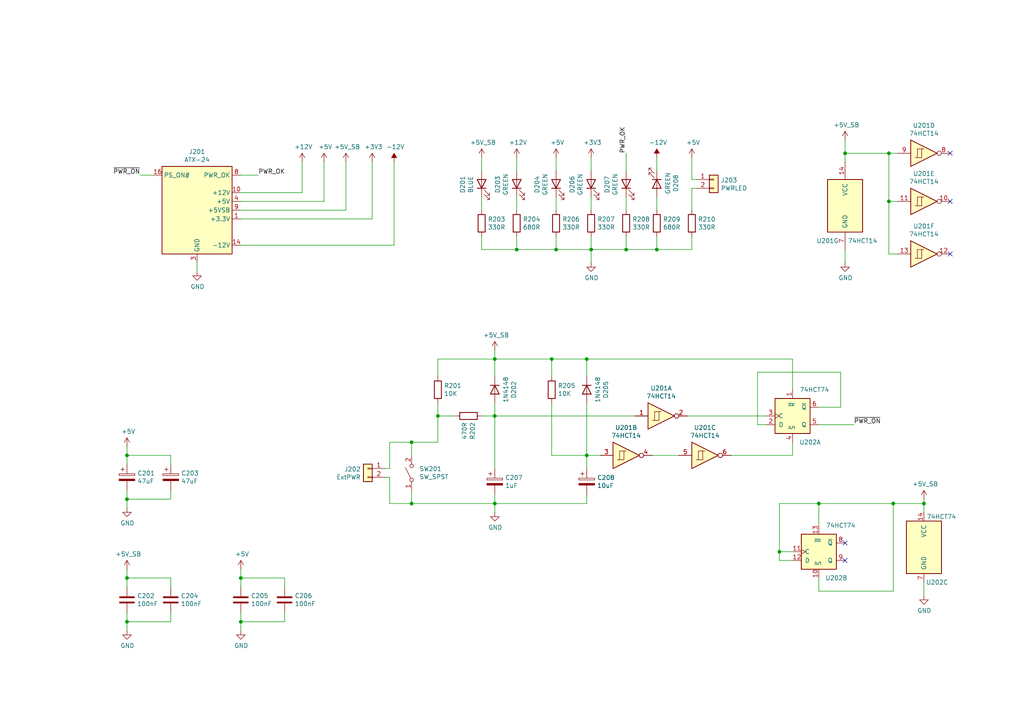
<source format=kicad_sch>
(kicad_sch (version 20230121) (generator eeschema)
  (paper "A4")
  (title_block (title "Y Ddraig") (company "Stephen Moody"))
  (lib_symbols
    (symbol "74xx:74LS14" (pin_names (offset 1.016))
      (property "Reference" "U" (at 0 1.27 0))
      (property "Value" "74LS14" (at 0 -1.27 0))
      (symbol "74LS14_1_0"
        (polyline (pts (xy -3.81 3.81) (xy -3.81 -3.81) (xy 3.81 0) (xy -3.81 3.81)) (stroke (width 0.254)) (fill (type background)))
        (pin input line (at -7.62 0 0) (length 3.81) (name "~") (number "1"))
        (pin output inverted (at 7.62 0 180) (length 3.81) (name "~") (number "2"))
      )
      (symbol "74LS14_1_1"
        (polyline (pts (xy -1.905 -1.27) (xy -1.905 1.27) (xy -0.635 1.27)))
        (polyline (pts (xy -2.54 -1.27) (xy -0.635 -1.27) (xy -0.635 1.27) (xy 0 1.27)))
      )
      (symbol "74LS14_2_0"
        (polyline (pts (xy -3.81 3.81) (xy -3.81 -3.81) (xy 3.81 0) (xy -3.81 3.81)) (stroke (width 0.254)) (fill (type background)))
        (pin input line (at -7.62 0 0) (length 3.81) (name "~") (number "3"))
        (pin output inverted (at 7.62 0 180) (length 3.81) (name "~") (number "4"))
      )
      (symbol "74LS14_2_1"
        (polyline (pts (xy -1.905 -1.27) (xy -1.905 1.27) (xy -0.635 1.27)))
        (polyline (pts (xy -2.54 -1.27) (xy -0.635 -1.27) (xy -0.635 1.27) (xy 0 1.27)))
      )
      (symbol "74LS14_3_0"
        (polyline (pts (xy -3.81 3.81) (xy -3.81 -3.81) (xy 3.81 0) (xy -3.81 3.81)) (stroke (width 0.254)) (fill (type background)))
        (pin input line (at -7.62 0 0) (length 3.81) (name "~") (number "5"))
        (pin output inverted (at 7.62 0 180) (length 3.81) (name "~") (number "6"))
      )
      (symbol "74LS14_3_1"
        (polyline (pts (xy -1.905 -1.27) (xy -1.905 1.27) (xy -0.635 1.27)))
        (polyline (pts (xy -2.54 -1.27) (xy -0.635 -1.27) (xy -0.635 1.27) (xy 0 1.27)))
      )
      (symbol "74LS14_4_0"
        (polyline (pts (xy -3.81 3.81) (xy -3.81 -3.81) (xy 3.81 0) (xy -3.81 3.81)) (stroke (width 0.254)) (fill (type background)))
        (pin output inverted (at 7.62 0 180) (length 3.81) (name "~") (number "8"))
        (pin input line (at -7.62 0 0) (length 3.81) (name "~") (number "9"))
      )
      (symbol "74LS14_4_1"
        (polyline (pts (xy -1.905 -1.27) (xy -1.905 1.27) (xy -0.635 1.27)))
        (polyline (pts (xy -2.54 -1.27) (xy -0.635 -1.27) (xy -0.635 1.27) (xy 0 1.27)))
      )
      (symbol "74LS14_5_0"
        (polyline (pts (xy -3.81 3.81) (xy -3.81 -3.81) (xy 3.81 0) (xy -3.81 3.81)) (stroke (width 0.254)) (fill (type background)))
        (pin output inverted (at 7.62 0 180) (length 3.81) (name "~") (number "10"))
        (pin input line (at -7.62 0 0) (length 3.81) (name "~") (number "11"))
      )
      (symbol "74LS14_5_1"
        (polyline (pts (xy -1.905 -1.27) (xy -1.905 1.27) (xy -0.635 1.27)))
        (polyline (pts (xy -2.54 -1.27) (xy -0.635 -1.27) (xy -0.635 1.27) (xy 0 1.27)))
      )
      (symbol "74LS14_6_0"
        (polyline (pts (xy -3.81 3.81) (xy -3.81 -3.81) (xy 3.81 0) (xy -3.81 3.81)) (stroke (width 0.254)) (fill (type background)))
        (pin output inverted (at 7.62 0 180) (length 3.81) (name "~") (number "12"))
        (pin input line (at -7.62 0 0) (length 3.81) (name "~") (number "13"))
      )
      (symbol "74LS14_6_1"
        (polyline (pts (xy -1.905 -1.27) (xy -1.905 1.27) (xy -0.635 1.27)))
        (polyline (pts (xy -2.54 -1.27) (xy -0.635 -1.27) (xy -0.635 1.27) (xy 0 1.27)))
      )
      (symbol "74LS14_7_0"
        (pin power_in line (at 0 12.7 270) (length 5.08) (name "VCC") (number "14"))
        (pin power_in line (at 0 -12.7 90) (length 5.08) (name "GND") (number "7"))
      )
      (symbol "74LS14_7_1"
        (rectangle (start -5.08 7.62) (end 5.08 -7.62) (stroke (width 0.254)) (fill (type background)))
      )
    )
    (symbol "74xx:74LS74" (pin_names (offset 1.016))
      (property "Reference" "U" (at -7.62 8.89 0))
      (property "Value" "74LS74" (at -7.62 -8.89 0))
      (symbol "74LS74_1_0"
        (pin input line (at 0 -7.62 90) (length 2.54) (name "~{R}") (number "1"))
        (pin input line (at -7.62 2.54 0) (length 2.54) (name "D") (number "2"))
        (pin input clock (at -7.62 0 0) (length 2.54) (name "C") (number "3"))
        (pin input line (at 0 7.62 270) (length 2.54) (name "~{S}") (number "4"))
        (pin output line (at 7.62 2.54 180) (length 2.54) (name "Q") (number "5"))
        (pin output line (at 7.62 -2.54 180) (length 2.54) (name "~{Q}") (number "6"))
      )
      (symbol "74LS74_1_1"
        (rectangle (start -5.08 5.08) (end 5.08 -5.08) (stroke (width 0.254)) (fill (type background)))
      )
      (symbol "74LS74_2_0"
        (pin input line (at 0 7.62 270) (length 2.54) (name "~{S}") (number "10"))
        (pin input clock (at -7.62 0 0) (length 2.54) (name "C") (number "11"))
        (pin input line (at -7.62 2.54 0) (length 2.54) (name "D") (number "12"))
        (pin input line (at 0 -7.62 90) (length 2.54) (name "~{R}") (number "13"))
        (pin output line (at 7.62 -2.54 180) (length 2.54) (name "~{Q}") (number "8"))
        (pin output line (at 7.62 2.54 180) (length 2.54) (name "Q") (number "9"))
      )
      (symbol "74LS74_2_1"
        (rectangle (start -5.08 5.08) (end 5.08 -5.08) (stroke (width 0.254)) (fill (type background)))
      )
      (symbol "74LS74_3_0"
        (pin power_in line (at 0 10.16 270) (length 2.54) (name "VCC") (number "14"))
        (pin power_in line (at 0 -10.16 90) (length 2.54) (name "GND") (number "7"))
      )
      (symbol "74LS74_3_1"
        (rectangle (start -5.08 7.62) (end 5.08 -7.62) (stroke (width 0.254)) (fill (type background)))
      )
    )
    (symbol "Connector_Generic:Conn_01x02" (pin_names (offset 1.016) hide)
      (property "Reference" "J" (at 0 2.54 0))
      (property "Value" "Conn_01x02" (at 0 -5.08 0))
      (symbol "Conn_01x02_1_1"
        (rectangle (start -1.27 -2.413) (end 0 -2.667) (stroke (width 0.1524)))
        (rectangle (start -1.27 0.127) (end 0 -0.127) (stroke (width 0.1524)))
        (rectangle (start -1.27 1.27) (end 1.27 -3.81) (stroke (width 0.254)) (fill (type background)))
        (pin passive line (at -5.08 0 0) (length 3.81) (name "Pin_1") (number "1"))
        (pin passive line (at -5.08 -2.54 0) (length 3.81) (name "Pin_2") (number "2"))
      )
    )
    (symbol "Ddraig:+5V_SB" (power) (pin_names (offset 0))
      (property "Value" "+5V_SB" (at 0 3.556 0))
      (symbol "+5V_SB_0_1"
        (polyline (pts (xy -0.762 1.27) (xy 0 2.54)))
        (polyline (pts (xy 0 0) (xy 0 2.54)))
        (polyline (pts (xy 0 2.54) (xy 0.762 1.27)))
      )
      (symbol "+5V_SB_1_1"
        (pin power_in line (at 0 0 90) (length 0) hide (name "+5V_SB") (number "1"))
      )
    )
    (symbol "Ddraig:ATX-24"
      (property "Reference" "J" (at -8.89 13.97 0))
      (property "Value" "ATX-24" (at 6.35 13.97 0))
      (symbol "ATX-24_0_1"
        (rectangle (start -10.16 12.7) (end 10.16 -12.7) (stroke (width 0.254)) (fill (type background)))
      )
      (symbol "ATX-24_1_1"
        (pin power_out line (at 12.7 -2.54 180) (length 2.54) (name "+3.3V") (number "1"))
        (pin power_out line (at 12.7 5.08 180) (length 2.54) (name "+12V") (number "10"))
        (pin passive line (at 12.7 5.08 180) (length 2.54) hide (name "+12V") (number "11"))
        (pin passive line (at 12.7 -2.54 180) (length 2.54) hide (name "+3.3V") (number "12"))
        (pin passive line (at 12.7 -2.54 180) (length 2.54) hide (name "+3.3V") (number "13"))
        (pin power_out line (at 12.7 -10.16 180) (length 2.54) (name "-12V") (number "14"))
        (pin passive line (at 0 -15.24 90) (length 2.54) hide (name "GND") (number "15"))
        (pin input line (at -12.7 10.16 0) (length 2.54) (name "PS_ON#") (number "16"))
        (pin passive line (at 0 -15.24 90) (length 2.54) hide (name "GND") (number "17"))
        (pin passive line (at 0 -15.24 90) (length 2.54) hide (name "GND") (number "18"))
        (pin passive line (at 0 -15.24 90) (length 2.54) hide (name "GND") (number "19"))
        (pin passive line (at 12.7 -2.54 180) (length 2.54) hide (name "+3.3V") (number "2"))
        (pin no_connect line (at -10.16 0 0) (length 2.54) hide (name "NC") (number "20"))
        (pin passive line (at 12.7 2.54 180) (length 2.54) hide (name "+5V") (number "21"))
        (pin passive line (at 12.7 2.54 180) (length 2.54) hide (name "+5V") (number "22"))
        (pin passive line (at 12.7 2.54 180) (length 2.54) hide (name "+5V") (number "23"))
        (pin passive line (at 0 -15.24 90) (length 2.54) hide (name "GND") (number "24"))
        (pin power_out line (at 0 -15.24 90) (length 2.54) (name "GND") (number "3"))
        (pin power_out line (at 12.7 2.54 180) (length 2.54) (name "+5V") (number "4"))
        (pin passive line (at 0 -15.24 90) (length 2.54) hide (name "GND") (number "5"))
        (pin passive line (at 12.7 2.54 180) (length 2.54) hide (name "+5V") (number "6"))
        (pin passive line (at 0 -15.24 90) (length 2.54) hide (name "GND") (number "7"))
        (pin output line (at 12.7 10.16 180) (length 2.54) (name "PWR_OK") (number "8"))
        (pin power_out line (at 12.7 0 180) (length 2.54) (name "+5VSB") (number "9"))
      )
    )
    (symbol "Device:C" (pin_numbers hide) (pin_names (offset 0.254))
      (property "Reference" "C" (at 0.635 2.54 0))
      (property "Value" "C" (at 0.635 -2.54 0))
      (symbol "C_0_1"
        (polyline (pts (xy -2.032 -0.762) (xy 2.032 -0.762)) (stroke (width 0.508)))
        (polyline (pts (xy -2.032 0.762) (xy 2.032 0.762)) (stroke (width 0.508)))
      )
      (symbol "C_1_1"
        (pin passive line (at 0 3.81 270) (length 2.794) (name "~") (number "1"))
        (pin passive line (at 0 -3.81 90) (length 2.794) (name "~") (number "2"))
      )
    )
    (symbol "Device:C_Polarized" (pin_numbers hide) (pin_names (offset 0.254))
      (property "Reference" "C" (at 0.635 2.54 0))
      (property "Value" "C_Polarized" (at 0.635 -2.54 0))
      (symbol "C_Polarized_0_1"
        (rectangle (start -2.286 0.508) (end 2.286 1.016))
        (polyline (pts (xy -1.778 2.286) (xy -0.762 2.286)))
        (polyline (pts (xy -1.27 2.794) (xy -1.27 1.778)))
        (rectangle (start 2.286 -0.508) (end -2.286 -1.016) (fill (type outline)))
      )
      (symbol "C_Polarized_1_1"
        (pin passive line (at 0 3.81 270) (length 2.794) (name "~") (number "1"))
        (pin passive line (at 0 -3.81 90) (length 2.794) (name "~") (number "2"))
      )
    )
    (symbol "Device:LED" (pin_numbers hide) (pin_names (offset 1.016) hide)
      (property "Reference" "D" (at 0 2.54 0))
      (property "Value" "LED" (at 0 -2.54 0))
      (symbol "LED_0_1"
        (polyline (pts (xy -1.27 -1.27) (xy -1.27 1.27)) (stroke (width 0.254)))
        (polyline (pts (xy -1.27 0) (xy 1.27 0)))
        (polyline (pts (xy 1.27 -1.27) (xy 1.27 1.27) (xy -1.27 0) (xy 1.27 -1.27)) (stroke (width 0.254)))
        (polyline (pts (xy -3.048 -0.762) (xy -4.572 -2.286) (xy -3.81 -2.286) (xy -4.572 -2.286) (xy -4.572 -1.524)))
        (polyline (pts (xy -1.778 -0.762) (xy -3.302 -2.286) (xy -2.54 -2.286) (xy -3.302 -2.286) (xy -3.302 -1.524)))
      )
      (symbol "LED_1_1"
        (pin passive line (at -3.81 0 0) (length 2.54) (name "K") (number "1"))
        (pin passive line (at 3.81 0 180) (length 2.54) (name "A") (number "2"))
      )
    )
    (symbol "Device:R" (pin_numbers hide) (pin_names (offset 0))
      (property "Reference" "R" (at 2.032 0 90))
      (property "Value" "R" (at 0 0 90))
      (symbol "R_0_1"
        (rectangle (start -1.016 -2.54) (end 1.016 2.54) (stroke (width 0.254)))
      )
      (symbol "R_1_1"
        (pin passive line (at 0 3.81 270) (length 1.27) (name "~") (number "1"))
        (pin passive line (at 0 -3.81 90) (length 1.27) (name "~") (number "2"))
      )
    )
    (symbol "Diode:1N4148" (pin_numbers hide) (pin_names (offset 1.016) hide)
      (property "Reference" "D" (at 0 2.54 0))
      (property "Value" "1N4148" (at 0 -2.54 0))
      (symbol "1N4148_0_1"
        (polyline (pts (xy -1.27 1.27) (xy -1.27 -1.27)) (stroke (width 0.254)))
        (polyline (pts (xy 1.27 0) (xy -1.27 0)))
        (polyline (pts (xy 1.27 1.27) (xy 1.27 -1.27) (xy -1.27 0) (xy 1.27 1.27)) (stroke (width 0.254)))
      )
      (symbol "1N4148_1_1"
        (pin passive line (at -3.81 0 0) (length 2.54) (name "K") (number "1"))
        (pin passive line (at 3.81 0 180) (length 2.54) (name "A") (number "2"))
      )
    )
    (symbol "Switch:SW_SPST" (pin_names (offset 0) hide)
      (property "Reference" "SW" (at 0 3.175 0))
      (property "Value" "SW_SPST" (at 0 -2.54 0))
      (symbol "SW_SPST_0_0"
        (circle (center -2.032 0) (radius 0.508))
        (polyline (pts (xy -1.524 0.254) (xy 1.524 1.778)))
        (circle (center 2.032 0) (radius 0.508))
      )
      (symbol "SW_SPST_1_1"
        (pin passive line (at -5.08 0 0) (length 2.54) (name "A") (number "1"))
        (pin passive line (at 5.08 0 180) (length 2.54) (name "B") (number "2"))
      )
    )
    (symbol "power:+12V" (power) (pin_names (offset 0))
      (property "Value" "+12V" (at 0 3.556 0))
      (symbol "+12V_0_1"
        (polyline (pts (xy -0.762 1.27) (xy 0 2.54)))
        (polyline (pts (xy 0 0) (xy 0 2.54)))
        (polyline (pts (xy 0 2.54) (xy 0.762 1.27)))
      )
      (symbol "+12V_1_1"
        (pin power_in line (at 0 0 90) (length 0) hide (name "+12V") (number "1"))
      )
    )
    (symbol "power:+3.3V" (power) (pin_names (offset 0))
      (property "Value" "+3.3V" (at 0 3.556 0))
      (symbol "+3.3V_0_1"
        (polyline (pts (xy -0.762 1.27) (xy 0 2.54)))
        (polyline (pts (xy 0 0) (xy 0 2.54)))
        (polyline (pts (xy 0 2.54) (xy 0.762 1.27)))
      )
      (symbol "+3.3V_1_1"
        (pin power_in line (at 0 0 90) (length 0) hide (name "+3V3") (number "1"))
      )
    )
    (symbol "power:+5V" (power) (pin_names (offset 0))
      (property "Value" "+5V" (at 0 3.556 0))
      (symbol "+5V_0_1"
        (polyline (pts (xy -0.762 1.27) (xy 0 2.54)))
        (polyline (pts (xy 0 0) (xy 0 2.54)))
        (polyline (pts (xy 0 2.54) (xy 0.762 1.27)))
      )
      (symbol "+5V_1_1"
        (pin power_in line (at 0 0 90) (length 0) hide (name "+5V") (number "1"))
      )
    )
    (symbol "power:-12V" (power) (pin_names (offset 0))
      (property "Value" "-12V" (at 0 3.81 0))
      (symbol "-12V_0_0"
        (pin power_in line (at 0 0 90) (length 0) hide (name "-12V") (number "1"))
      )
      (symbol "-12V_0_1"
        (polyline (pts (xy 0 0) (xy 0 1.27) (xy 0.762 1.27) (xy 0 2.54) (xy -0.762 1.27) (xy 0 1.27)) (fill (type outline)))
      )
    )
    (symbol "power:GND" (power) (pin_names (offset 0))
      (property "Value" "GND" (at 0 -3.81 0))
      (symbol "GND_0_1"
        (polyline (pts (xy 0 0) (xy 0 -1.27) (xy 1.27 -1.27) (xy 0 -2.54) (xy -1.27 -1.27) (xy 0 -1.27)))
      )
      (symbol "GND_1_1"
        (pin power_in line (at 0 0 270) (length 0) hide (name "GND") (number "1"))
      )
    )
  )
  (junction (at 69.85 180.34))
  (junction (at 245.11 44.45))
  (junction (at 171.45 72.39))
  (junction (at 170.18 104.14))
  (junction (at 226.06 160.02))
  (junction (at 181.61 72.39))
  (junction (at 257.81 44.45))
  (junction (at 119.38 146.05))
  (junction (at 160.02 104.14))
  (junction (at 36.83 180.34))
  (junction (at 149.86 72.39))
  (junction (at 119.38 128.27))
  (junction (at 161.29 72.39))
  (junction (at 259.08 146.05))
  (junction (at 143.51 146.05))
  (junction (at 257.81 58.42))
  (junction (at 190.5 72.39))
  (junction (at 143.51 120.65))
  (junction (at 143.51 104.14))
  (junction (at 237.49 146.05))
  (junction (at 267.97 146.05))
  (junction (at 36.83 167.64))
  (junction (at 36.83 144.78))
  (junction (at 127 120.65))
  (junction (at 170.18 132.08))
  (junction (at 69.85 167.64))
  (junction (at 36.83 132.08))
  (no_connect (at 245.11 157.48))
  (no_connect (at 275.59 44.45))
  (no_connect (at 275.59 73.66))
  (no_connect (at 275.59 58.42))
  (no_connect (at 245.11 162.56))
  (wire (pts (xy 219.71 123.19) (xy 222.25 123.19)))
  (wire (pts (xy 100.33 60.96) (xy 100.33 46.99)))
  (wire (pts (xy 127 104.14) (xy 127 109.22)))
  (wire (pts (xy 237.49 123.19) (xy 247.65 123.19)))
  (wire (pts (xy 36.83 132.08) (xy 49.53 132.08)))
  (wire (pts (xy 36.83 180.34) (xy 49.53 180.34)))
  (wire (pts (xy 237.49 146.05) (xy 226.06 146.05)))
  (wire (pts (xy 245.11 44.45) (xy 245.11 40.64)))
  (wire (pts (xy 36.83 170.18) (xy 36.83 167.64)))
  (wire (pts (xy 161.29 72.39) (xy 171.45 72.39)))
  (wire (pts (xy 143.51 120.65) (xy 184.15 120.65)))
  (wire (pts (xy 111.76 135.89) (xy 113.03 135.89)))
  (wire (pts (xy 212.09 132.08) (xy 229.87 132.08)))
  (wire (pts (xy 243.84 118.11) (xy 243.84 107.95)))
  (wire (pts (xy 119.38 142.24) (xy 119.38 146.05)))
  (wire (pts (xy 82.55 167.64) (xy 82.55 170.18)))
  (wire (pts (xy 237.49 171.45) (xy 259.08 171.45)))
  (wire (pts (xy 259.08 146.05) (xy 267.97 146.05)))
  (wire (pts (xy 161.29 45.72) (xy 161.29 49.53)))
  (wire (pts (xy 69.85 63.5) (xy 107.95 63.5)))
  (wire (pts (xy 257.81 44.45) (xy 260.35 44.45)))
  (wire (pts (xy 259.08 146.05) (xy 237.49 146.05)))
  (wire (pts (xy 181.61 68.58) (xy 181.61 72.39)))
  (wire (pts (xy 149.86 72.39) (xy 161.29 72.39)))
  (wire (pts (xy 69.85 58.42) (xy 93.98 58.42)))
  (wire (pts (xy 257.81 44.45) (xy 257.81 58.42)))
  (wire (pts (xy 226.06 162.56) (xy 229.87 162.56)))
  (wire (pts (xy 36.83 147.32) (xy 36.83 144.78)))
  (wire (pts (xy 119.38 132.08) (xy 119.38 128.27)))
  (wire (pts (xy 143.51 104.14) (xy 127 104.14)))
  (wire (pts (xy 237.49 146.05) (xy 237.49 152.4)))
  (wire (pts (xy 57.15 78.74) (xy 57.15 76.2)))
  (wire (pts (xy 69.85 60.96) (xy 100.33 60.96)))
  (wire (pts (xy 201.93 52.07) (xy 200.66 52.07)))
  (wire (pts (xy 139.7 57.15) (xy 139.7 60.96)))
  (wire (pts (xy 69.85 182.88) (xy 69.85 180.34)))
  (wire (pts (xy 160.02 109.22) (xy 160.02 104.14)))
  (wire (pts (xy 114.3 71.12) (xy 114.3 46.99)))
  (wire (pts (xy 190.5 72.39) (xy 200.66 72.39)))
  (wire (pts (xy 113.03 128.27) (xy 119.38 128.27)))
  (wire (pts (xy 36.83 144.78) (xy 36.83 142.24)))
  (wire (pts (xy 107.95 63.5) (xy 107.95 46.99)))
  (wire (pts (xy 149.86 68.58) (xy 149.86 72.39)))
  (wire (pts (xy 82.55 180.34) (xy 82.55 177.8)))
  (wire (pts (xy 49.53 167.64) (xy 49.53 170.18)))
  (wire (pts (xy 160.02 132.08) (xy 160.02 116.84)))
  (wire (pts (xy 170.18 109.22) (xy 170.18 104.14)))
  (wire (pts (xy 139.7 72.39) (xy 149.86 72.39)))
  (wire (pts (xy 49.53 180.34) (xy 49.53 177.8)))
  (wire (pts (xy 69.85 167.64) (xy 82.55 167.64)))
  (wire (pts (xy 113.03 135.89) (xy 113.03 128.27)))
  (wire (pts (xy 173.99 132.08) (xy 170.18 132.08)))
  (wire (pts (xy 259.08 171.45) (xy 259.08 146.05)))
  (wire (pts (xy 36.83 167.64) (xy 49.53 167.64)))
  (wire (pts (xy 69.85 180.34) (xy 82.55 180.34)))
  (wire (pts (xy 36.83 180.34) (xy 36.83 177.8)))
  (wire (pts (xy 257.81 73.66) (xy 260.35 73.66)))
  (wire (pts (xy 69.85 180.34) (xy 69.85 177.8)))
  (wire (pts (xy 87.63 55.88) (xy 87.63 46.99)))
  (wire (pts (xy 181.61 57.15) (xy 181.61 60.96)))
  (wire (pts (xy 143.51 146.05) (xy 143.51 148.59)))
  (wire (pts (xy 36.83 182.88) (xy 36.83 180.34)))
  (wire (pts (xy 149.86 49.53) (xy 149.86 45.72)))
  (wire (pts (xy 229.87 132.08) (xy 229.87 128.27)))
  (wire (pts (xy 36.83 134.62) (xy 36.83 132.08)))
  (wire (pts (xy 257.81 58.42) (xy 260.35 58.42)))
  (wire (pts (xy 200.66 72.39) (xy 200.66 68.58)))
  (wire (pts (xy 170.18 132.08) (xy 160.02 132.08)))
  (wire (pts (xy 93.98 58.42) (xy 93.98 46.99)))
  (wire (pts (xy 69.85 55.88) (xy 87.63 55.88)))
  (wire (pts (xy 170.18 132.08) (xy 170.18 116.84)))
  (wire (pts (xy 36.83 144.78) (xy 49.53 144.78)))
  (wire (pts (xy 170.18 146.05) (xy 170.18 143.51)))
  (wire (pts (xy 190.5 68.58) (xy 190.5 72.39)))
  (wire (pts (xy 237.49 167.64) (xy 237.49 171.45)))
  (wire (pts (xy 113.03 146.05) (xy 119.38 146.05)))
  (wire (pts (xy 119.38 146.05) (xy 143.51 146.05)))
  (wire (pts (xy 149.86 57.15) (xy 149.86 60.96)))
  (wire (pts (xy 171.45 76.2) (xy 171.45 72.39)))
  (wire (pts (xy 267.97 146.05) (xy 267.97 148.59)))
  (wire (pts (xy 171.45 72.39) (xy 181.61 72.39)))
  (wire (pts (xy 36.83 132.08) (xy 36.83 129.54)))
  (wire (pts (xy 226.06 160.02) (xy 229.87 160.02)))
  (wire (pts (xy 143.51 120.65) (xy 143.51 135.89)))
  (wire (pts (xy 267.97 144.78) (xy 267.97 146.05)))
  (wire (pts (xy 245.11 76.2) (xy 245.11 72.39)))
  (wire (pts (xy 69.85 50.8) (xy 74.93 50.8)))
  (wire (pts (xy 170.18 104.14) (xy 229.87 104.14)))
  (wire (pts (xy 190.5 49.53) (xy 190.5 45.72)))
  (wire (pts (xy 139.7 45.72) (xy 139.7 49.53)))
  (wire (pts (xy 127 120.65) (xy 127 128.27)))
  (wire (pts (xy 160.02 104.14) (xy 170.18 104.14)))
  (wire (pts (xy 139.7 68.58) (xy 139.7 72.39)))
  (wire (pts (xy 219.71 107.95) (xy 219.71 123.19)))
  (wire (pts (xy 171.45 49.53) (xy 171.45 45.72)))
  (wire (pts (xy 226.06 160.02) (xy 226.06 162.56)))
  (wire (pts (xy 199.39 120.65) (xy 222.25 120.65)))
  (wire (pts (xy 257.81 58.42) (xy 257.81 73.66)))
  (wire (pts (xy 171.45 60.96) (xy 171.45 57.15)))
  (wire (pts (xy 127 128.27) (xy 119.38 128.27)))
  (wire (pts (xy 161.29 68.58) (xy 161.29 72.39)))
  (wire (pts (xy 237.49 118.11) (xy 243.84 118.11)))
  (wire (pts (xy 226.06 146.05) (xy 226.06 160.02)))
  (wire (pts (xy 49.53 132.08) (xy 49.53 134.62)))
  (wire (pts (xy 267.97 168.91) (xy 267.97 172.72)))
  (wire (pts (xy 139.7 120.65) (xy 143.51 120.65)))
  (wire (pts (xy 143.51 116.84) (xy 143.51 120.65)))
  (wire (pts (xy 36.83 167.64) (xy 36.83 165.1)))
  (wire (pts (xy 69.85 170.18) (xy 69.85 167.64)))
  (wire (pts (xy 132.08 120.65) (xy 127 120.65)))
  (wire (pts (xy 143.51 146.05) (xy 170.18 146.05)))
  (wire (pts (xy 49.53 144.78) (xy 49.53 142.24)))
  (wire (pts (xy 111.76 138.43) (xy 113.03 138.43)))
  (wire (pts (xy 161.29 57.15) (xy 161.29 60.96)))
  (wire (pts (xy 69.85 71.12) (xy 114.3 71.12)))
  (wire (pts (xy 189.23 132.08) (xy 196.85 132.08)))
  (wire (pts (xy 143.51 104.14) (xy 143.51 109.22)))
  (wire (pts (xy 190.5 60.96) (xy 190.5 57.15)))
  (wire (pts (xy 200.66 54.61) (xy 200.66 60.96)))
  (wire (pts (xy 170.18 132.08) (xy 170.18 135.89)))
  (wire (pts (xy 143.51 101.6) (xy 143.51 104.14)))
  (wire (pts (xy 143.51 104.14) (xy 160.02 104.14)))
  (wire (pts (xy 243.84 107.95) (xy 219.71 107.95)))
  (wire (pts (xy 69.85 167.64) (xy 69.85 165.1)))
  (wire (pts (xy 245.11 44.45) (xy 257.81 44.45)))
  (wire (pts (xy 113.03 138.43) (xy 113.03 146.05)))
  (wire (pts (xy 181.61 49.53) (xy 181.61 44.45)))
  (wire (pts (xy 229.87 104.14) (xy 229.87 113.03)))
  (wire (pts (xy 143.51 143.51) (xy 143.51 146.05)))
  (wire (pts (xy 171.45 68.58) (xy 171.45 72.39)))
  (wire (pts (xy 200.66 52.07) (xy 200.66 45.72)))
  (wire (pts (xy 245.11 46.99) (xy 245.11 44.45)))
  (wire (pts (xy 201.93 54.61) (xy 200.66 54.61)))
  (wire (pts (xy 127 116.84) (xy 127 120.65)))
  (wire (pts (xy 181.61 72.39) (xy 190.5 72.39)))
  (wire (pts (xy 44.45 50.8) (xy 40.64 50.8)))
  (label "PWR_OK" (at 74.93 50.8 0))
  (label "PWR_OK" (at 181.61 44.45 90))
  (label "~{PWR_ON}" (at 40.64 50.8 180))
  (label "~{PWR_ON}" (at 247.65 123.19 0))
  (symbol (lib_id "Ddraig:ATX-24") (at 57.15 60.96 0) (unit 1)
    (property "Reference" "J201" (at 57.15 44.0182 0))
    (property "Value" "ATX-24" (at 57.15 46.3296 0))
    (property "Footprint" "Ddraig:1-1775099-3" (effects hide))
    (property "Datasheet" "https://www.intel.com/content/dam/www/public/us/en/documents/guides/power-supply-design-guide-june.pdf#page=33" (effects hide))
  )
  (symbol (lib_id "Device:R") (at 160.02 113.03 0) (unit 1)
    (property "Reference" "R205" (at 161.798 111.8616 0) (effects (justify left)))
    (property "Value" "10K" (at 161.798 114.173 0) (effects (justify left)))
    (property "Footprint" "Resistor_THT:R_Axial_DIN0207_L6.3mm_D2.5mm_P10.16mm_Horizontal" (effects hide))
  )
  (symbol (lib_id "74xx:74LS14") (at 191.77 120.65 0) (unit 1)
    (property "Reference" "U201" (at 191.77 112.5982 0))
    (property "Value" "74HCT14" (at 191.77 114.9096 0))
    (property "Footprint" "Package_DIP:DIP-14_W7.62mm_Socket" (effects hide))
    (property "Datasheet" "74xx/74hc_hct74.pdf" (effects hide))
  )
  (symbol (lib_id "74xx:74LS74") (at 229.87 120.65 0) (mirror x) (unit 1)
    (property "Reference" "U202" (at 234.95 128.27 0))
    (property "Value" "74HCT74" (at 236.22 113.03 0))
    (property "Footprint" "Package_DIP:DIP-14_W7.62mm_Socket" (effects hide))
    (property "Datasheet" "74xx/74hc_hct74.pdf" (effects hide))
  )
  (symbol (lib_id "Device:C_Polarized") (at 170.18 139.7 0) (unit 1)
    (property "Reference" "C208" (at 173.1772 138.5316 0) (effects (justify left)))
    (property "Value" "10uF" (at 173.1772 140.843 0) (effects (justify left)))
    (property "Footprint" "Capacitor_THT:CP_Radial_D5.0mm_P2.50mm" (effects hide))
  )
  (symbol (lib_id "Diode:1N4148") (at 170.18 113.03 270) (unit 1)
    (property "Reference" "D205" (at 175.6918 113.03 0))
    (property "Value" "1N4148" (at 173.3804 113.03 0))
    (property "Footprint" "Diode_THT:D_DO-35_SOD27_P7.62mm_Horizontal" (effects hide))
    (property "Datasheet" "https://assets.nexperia.com/documents/data-sheet/1N4148_1N4448.pdf" (effects hide))
  )
  (symbol (lib_id "Device:C") (at 49.53 173.99 0) (unit 1)
    (property "Reference" "C204" (at 52.451 172.8216 0) (effects (justify left)))
    (property "Value" "100nF" (at 52.451 175.133 0) (effects (justify left)))
    (property "Footprint" "Capacitor_THT:C_Disc_D3.8mm_W2.6mm_P2.50mm" (effects hide))
  )
  (symbol (lib_id "Device:LED") (at 190.5 53.34 270) (unit 1)
    (property "Reference" "D208" (at 196.0118 53.1622 0))
    (property "Value" "GREEN" (at 193.7004 53.1622 0))
    (property "Footprint" "LED_THT:LED_D5.0mm" (effects hide))
  )
  (symbol (lib_id "Connector_Generic:Conn_01x02") (at 106.68 135.89 0) (mirror y) (unit 1)
    (property "Reference" "J202" (at 104.648 136.0932 0) (effects (justify left)))
    (property "Value" "ExtPWR" (at 104.648 138.4046 0) (effects (justify left)))
    (property "Footprint" "Connector_PinHeader_2.54mm:PinHeader_1x02_P2.54mm_Vertical" (effects hide))
  )
  (symbol (lib_id "power:GND") (at 57.15 78.74 0) (unit 1)
    (property "Reference" "#PWR0205" (effects hide))
    (property "Value" "GND" (at 57.277 83.1342 0))
  )
  (symbol (lib_id "power:+5V") (at 93.98 46.99 0) (unit 1)
    (property "Reference" "#PWR0209" (effects hide))
    (property "Value" "+5V" (at 94.361 42.5958 0))
  )
  (symbol (lib_id "power:+3.3V") (at 107.95 46.99 0) (unit 1)
    (property "Reference" "#PWR0211" (effects hide))
    (property "Value" "+3.3V" (at 108.331 42.5958 0))
  )
  (symbol (lib_id "power:+12V") (at 87.63 46.99 0) (unit 1)
    (property "Reference" "#PWR0208" (effects hide))
    (property "Value" "+12V" (at 88.011 42.5958 0))
  )
  (symbol (lib_id "power:-12V") (at 114.3 46.99 0) (unit 1)
    (property "Reference" "#PWR0212" (effects hide))
    (property "Value" "-12V" (at 114.681 42.5958 0))
  )
  (symbol (lib_id "Ddraig:+5V_SB") (at 100.33 46.99 0) (unit 1)
    (property "Reference" "#PWR0210" (effects hide))
    (property "Value" "+5V_SB" (at 100.711 42.5958 0))
  )
  (symbol (lib_id "74xx:74LS14") (at 204.47 132.08 0) (unit 3)
    (property "Reference" "U201" (at 204.47 124.0282 0))
    (property "Value" "74HCT14" (at 204.47 126.3396 0))
    (property "Footprint" "Package_DIP:DIP-14_W7.62mm_Socket" (effects hide))
    (property "Datasheet" "74xx/74hc_hct74.pdf" (effects hide))
  )
  (symbol (lib_id "74xx:74LS14") (at 181.61 132.08 0) (unit 2)
    (property "Reference" "U201" (at 181.61 124.0282 0))
    (property "Value" "74HCT14" (at 181.61 126.3396 0))
    (property "Footprint" "Package_DIP:DIP-14_W7.62mm_Socket" (effects hide))
    (property "Datasheet" "74xx/74hc_hct74.pdf" (effects hide))
  )
  (symbol (lib_id "Device:C") (at 36.83 173.99 0) (unit 1)
    (property "Reference" "C202" (at 39.751 172.8216 0) (effects (justify left)))
    (property "Value" "100nF" (at 39.751 175.133 0) (effects (justify left)))
    (property "Footprint" "Capacitor_THT:C_Disc_D3.8mm_W2.6mm_P2.50mm" (effects hide))
  )
  (symbol (lib_id "Ddraig:+5V_SB") (at 143.51 101.6 0) (unit 1)
    (property "Reference" "#PWR0214" (effects hide))
    (property "Value" "+5V_SB" (at 143.891 97.2058 0))
  )
  (symbol (lib_id "Device:C_Polarized") (at 143.51 139.7 0) (unit 1)
    (property "Reference" "C207" (at 146.5072 138.5316 0) (effects (justify left)))
    (property "Value" "1uF" (at 146.5072 140.843 0) (effects (justify left)))
    (property "Footprint" "Capacitor_THT:CP_Radial_D5.0mm_P2.50mm" (effects hide))
  )
  (symbol (lib_id "power:GND") (at 143.51 148.59 0) (unit 1)
    (property "Reference" "#PWR0215" (effects hide))
    (property "Value" "GND" (at 143.637 152.9842 0))
  )
  (symbol (lib_id "Diode:1N4148") (at 143.51 113.03 270) (unit 1)
    (property "Reference" "D202" (at 149.0218 113.03 0))
    (property "Value" "1N4148" (at 146.7104 113.03 0))
    (property "Footprint" "Diode_THT:D_DO-35_SOD27_P7.62mm_Horizontal" (effects hide))
    (property "Datasheet" "https://assets.nexperia.com/documents/data-sheet/1N4148_1N4448.pdf" (effects hide))
  )
  (symbol (lib_id "Device:R") (at 127 113.03 0) (unit 1)
    (property "Reference" "R201" (at 128.778 111.8616 0) (effects (justify left)))
    (property "Value" "10K" (at 128.778 114.173 0) (effects (justify left)))
    (property "Footprint" "Resistor_THT:R_Axial_DIN0207_L6.3mm_D2.5mm_P10.16mm_Horizontal" (effects hide))
  )
  (symbol (lib_id "Device:R") (at 135.89 120.65 270) (unit 1)
    (property "Reference" "R202" (at 137.0584 122.428 0) (effects (justify left)))
    (property "Value" "470R" (at 134.747 122.428 0) (effects (justify left)))
    (property "Footprint" "Resistor_THT:R_Axial_DIN0207_L6.3mm_D2.5mm_P10.16mm_Horizontal" (effects hide))
  )
  (symbol (lib_id "Ddraig:+5V_SB") (at 36.83 165.1 0) (unit 1)
    (property "Reference" "#PWR0203" (effects hide))
    (property "Value" "+5V_SB" (at 37.211 160.7058 0))
  )
  (symbol (lib_id "power:GND") (at 36.83 182.88 0) (unit 1)
    (property "Reference" "#PWR0204" (effects hide))
    (property "Value" "GND" (at 36.957 187.2742 0))
  )
  (symbol (lib_id "Connector_Generic:Conn_01x02") (at 207.01 52.07 0) (unit 1)
    (property "Reference" "J203" (at 209.042 52.2732 0) (effects (justify left)))
    (property "Value" "PWRLED" (at 209.042 54.5846 0) (effects (justify left)))
    (property "Footprint" "Connector_PinHeader_2.54mm:PinHeader_1x02_P2.54mm_Vertical" (effects hide))
  )
  (symbol (lib_id "Device:LED") (at 181.61 53.34 90) (unit 1)
    (property "Reference" "D207" (at 176.0982 53.5178 0))
    (property "Value" "GREEN" (at 178.4096 53.5178 0))
    (property "Footprint" "LED_THT:LED_D5.0mm" (effects hide))
  )
  (symbol (lib_id "Device:LED") (at 171.45 53.34 90) (unit 1)
    (property "Reference" "D206" (at 165.9382 53.5178 0))
    (property "Value" "GREEN" (at 168.2496 53.5178 0))
    (property "Footprint" "LED_THT:LED_D5.0mm" (effects hide))
  )
  (symbol (lib_id "Device:LED") (at 161.29 53.34 90) (unit 1)
    (property "Reference" "D204" (at 155.7782 53.5178 0))
    (property "Value" "GREEN" (at 158.0896 53.5178 0))
    (property "Footprint" "LED_THT:LED_D5.0mm" (effects hide))
  )
  (symbol (lib_id "Device:LED") (at 149.86 53.34 90) (unit 1)
    (property "Reference" "D203" (at 144.3482 53.5178 0))
    (property "Value" "GREEN" (at 146.6596 53.5178 0))
    (property "Footprint" "LED_THT:LED_D5.0mm" (effects hide))
  )
  (symbol (lib_id "Device:LED") (at 139.7 53.34 90) (unit 1)
    (property "Reference" "D201" (at 134.1882 53.5178 0))
    (property "Value" "BLUE" (at 136.4996 53.5178 0))
    (property "Footprint" "LED_THT:LED_D5.0mm" (effects hide))
  )
  (symbol (lib_id "Device:R") (at 200.66 64.77 0) (unit 1)
    (property "Reference" "R210" (at 202.438 63.6016 0) (effects (justify left)))
    (property "Value" "330R" (at 202.438 65.913 0) (effects (justify left)))
    (property "Footprint" "Resistor_THT:R_Axial_DIN0207_L6.3mm_D2.5mm_P10.16mm_Horizontal" (effects hide))
  )
  (symbol (lib_id "Device:R") (at 190.5 64.77 0) (unit 1)
    (property "Reference" "R209" (at 192.278 63.6016 0) (effects (justify left)))
    (property "Value" "680R" (at 192.278 65.913 0) (effects (justify left)))
    (property "Footprint" "Resistor_THT:R_Axial_DIN0207_L6.3mm_D2.5mm_P10.16mm_Horizontal" (effects hide))
  )
  (symbol (lib_id "Device:R") (at 181.61 64.77 0) (unit 1)
    (property "Reference" "R208" (at 183.388 63.6016 0) (effects (justify left)))
    (property "Value" "330R" (at 183.388 65.913 0) (effects (justify left)))
    (property "Footprint" "Resistor_THT:R_Axial_DIN0207_L6.3mm_D2.5mm_P10.16mm_Horizontal" (effects hide))
  )
  (symbol (lib_id "Device:R") (at 171.45 64.77 0) (unit 1)
    (property "Reference" "R207" (at 173.228 63.6016 0) (effects (justify left)))
    (property "Value" "330R" (at 173.228 65.913 0) (effects (justify left)))
    (property "Footprint" "Resistor_THT:R_Axial_DIN0207_L6.3mm_D2.5mm_P10.16mm_Horizontal" (effects hide))
  )
  (symbol (lib_id "Device:R") (at 161.29 64.77 0) (unit 1)
    (property "Reference" "R206" (at 163.068 63.6016 0) (effects (justify left)))
    (property "Value" "330R" (at 163.068 65.913 0) (effects (justify left)))
    (property "Footprint" "Resistor_THT:R_Axial_DIN0207_L6.3mm_D2.5mm_P10.16mm_Horizontal" (effects hide))
  )
  (symbol (lib_id "Device:R") (at 149.86 64.77 0) (unit 1)
    (property "Reference" "R204" (at 151.638 63.6016 0) (effects (justify left)))
    (property "Value" "680R" (at 151.638 65.913 0) (effects (justify left)))
    (property "Footprint" "Resistor_THT:R_Axial_DIN0207_L6.3mm_D2.5mm_P10.16mm_Horizontal" (effects hide))
  )
  (symbol (lib_id "Device:R") (at 139.7 64.77 0) (unit 1)
    (property "Reference" "R203" (at 141.478 63.6016 0) (effects (justify left)))
    (property "Value" "330R" (at 141.478 65.913 0) (effects (justify left)))
    (property "Footprint" "Resistor_THT:R_Axial_DIN0207_L6.3mm_D2.5mm_P10.16mm_Horizontal" (effects hide))
  )
  (symbol (lib_id "power:GND") (at 171.45 76.2 0) (unit 1)
    (property "Reference" "#PWR0219" (effects hide))
    (property "Value" "GND" (at 171.577 80.5942 0))
  )
  (symbol (lib_id "power:-12V") (at 190.5 45.72 0) (unit 1)
    (property "Reference" "#PWR0220" (effects hide))
    (property "Value" "-12V" (at 190.881 41.3258 0))
  )
  (symbol (lib_id "Ddraig:+5V_SB") (at 139.7 45.72 0) (unit 1)
    (property "Reference" "#PWR0213" (effects hide))
    (property "Value" "+5V_SB" (at 140.081 41.3258 0))
  )
  (symbol (lib_id "power:+12V") (at 149.86 45.72 0) (unit 1)
    (property "Reference" "#PWR0216" (effects hide))
    (property "Value" "+12V" (at 150.241 41.3258 0))
  )
  (symbol (lib_id "power:+5V") (at 161.29 45.72 0) (unit 1)
    (property "Reference" "#PWR0217" (effects hide))
    (property "Value" "+5V" (at 161.671 41.3258 0))
  )
  (symbol (lib_id "power:+5V") (at 200.66 45.72 0) (unit 1)
    (property "Reference" "#PWR0221" (effects hide))
    (property "Value" "+5V" (at 201.041 41.3258 0))
  )
  (symbol (lib_id "power:+3.3V") (at 171.45 45.72 0) (unit 1)
    (property "Reference" "#PWR0218" (effects hide))
    (property "Value" "+3.3V" (at 171.831 41.3258 0))
  )
  (symbol (lib_id "74xx:74LS14") (at 267.97 58.42 0) (unit 5)
    (property "Reference" "U201" (at 267.97 50.3682 0))
    (property "Value" "74HCT14" (at 267.97 52.6796 0))
    (property "Footprint" "Package_DIP:DIP-14_W7.62mm_Socket" (effects hide))
    (property "Datasheet" "74xx/74hc_hct74.pdf" (effects hide))
  )
  (symbol (lib_id "74xx:74LS14") (at 267.97 73.66 0) (unit 6)
    (property "Reference" "U201" (at 267.97 65.6082 0))
    (property "Value" "74HCT14" (at 267.97 67.9196 0))
    (property "Footprint" "Package_DIP:DIP-14_W7.62mm_Socket" (effects hide))
    (property "Datasheet" "74xx/74hc_hct74.pdf" (effects hide))
  )
  (symbol (lib_id "74xx:74LS14") (at 267.97 44.45 0) (unit 4)
    (property "Reference" "U201" (at 267.97 36.3982 0))
    (property "Value" "74HCT14" (at 267.97 38.7096 0))
    (property "Footprint" "Package_DIP:DIP-14_W7.62mm_Socket" (effects hide))
    (property "Datasheet" "74xx/74hc_hct74.pdf" (effects hide))
  )
  (symbol (lib_id "74xx:74LS14") (at 245.11 59.69 0) (unit 7)
    (property "Reference" "U201" (at 240.03 69.85 0))
    (property "Value" "74HCT14" (at 250.19 69.85 0))
    (property "Footprint" "Package_DIP:DIP-14_W7.62mm_Socket" (effects hide))
    (property "Datasheet" "74xx/74hc_hct74.pdf" (effects hide))
  )
  (symbol (lib_id "Ddraig:+5V_SB") (at 245.11 40.64 0) (unit 1)
    (property "Reference" "#PWR0222" (effects hide))
    (property "Value" "+5V_SB" (at 245.491 36.2458 0))
  )
  (symbol (lib_id "power:GND") (at 245.11 76.2 0) (unit 1)
    (property "Reference" "#PWR0223" (effects hide))
    (property "Value" "GND" (at 245.237 80.5942 0))
  )
  (symbol (lib_id "74xx:74LS74") (at 237.49 160.02 0) (mirror x) (unit 2)
    (property "Reference" "U202" (at 242.57 167.64 0))
    (property "Value" "74HCT74" (at 243.84 152.4 0))
    (property "Footprint" "Package_DIP:DIP-14_W7.62mm_Socket" (effects hide))
    (property "Datasheet" "74xx/74hc_hct74.pdf" (effects hide))
  )
  (symbol (lib_id "74xx:74LS74") (at 267.97 158.75 0) (unit 3)
    (property "Reference" "U202" (at 271.78 168.91 0))
    (property "Value" "74HCT74" (at 273.05 149.86 0))
    (property "Footprint" "Package_DIP:DIP-14_W7.62mm_Socket" (effects hide))
    (property "Datasheet" "74xx/74hc_hct74.pdf" (effects hide))
  )
  (symbol (lib_id "power:GND") (at 267.97 172.72 0) (unit 1)
    (property "Reference" "#PWR0225" (effects hide))
    (property "Value" "GND" (at 268.097 177.1142 0))
  )
  (symbol (lib_id "Ddraig:+5V_SB") (at 267.97 144.78 0) (unit 1)
    (property "Reference" "#PWR0224" (effects hide))
    (property "Value" "+5V_SB" (at 268.351 140.3858 0))
  )
  (symbol (lib_id "Device:C") (at 69.85 173.99 0) (unit 1)
    (property "Reference" "C205" (at 72.771 172.8216 0) (effects (justify left)))
    (property "Value" "100nF" (at 72.771 175.133 0) (effects (justify left)))
    (property "Footprint" "Capacitor_THT:C_Disc_D3.8mm_W2.6mm_P2.50mm" (effects hide))
  )
  (symbol (lib_id "power:GND") (at 69.85 182.88 0) (unit 1)
    (property "Reference" "#PWR0207" (effects hide))
    (property "Value" "GND" (at 69.977 187.2742 0))
  )
  (symbol (lib_id "Device:C") (at 82.55 173.99 0) (unit 1)
    (property "Reference" "C206" (at 85.471 172.8216 0) (effects (justify left)))
    (property "Value" "100nF" (at 85.471 175.133 0) (effects (justify left)))
    (property "Footprint" "Capacitor_THT:C_Disc_D3.8mm_W2.6mm_P2.50mm" (effects hide))
  )
  (symbol (lib_id "power:+5V") (at 69.85 165.1 0) (unit 1)
    (property "Reference" "#PWR0206" (effects hide))
    (property "Value" "+5V" (at 70.231 160.7058 0))
  )
  (symbol (lib_id "Device:C_Polarized") (at 49.53 138.43 0) (unit 1)
    (property "Reference" "C203" (at 52.5272 137.2616 0) (effects (justify left)))
    (property "Value" "47uF" (at 52.5272 139.573 0) (effects (justify left)))
    (property "Footprint" "Capacitor_THT:CP_Radial_D5.0mm_P2.50mm" (effects hide))
  )
  (symbol (lib_id "power:GND") (at 36.83 147.32 0) (unit 1)
    (property "Reference" "#PWR0202" (effects hide))
    (property "Value" "GND" (at 36.957 151.7142 0))
  )
  (symbol (lib_id "power:+5V") (at 36.83 129.54 0) (unit 1)
    (property "Reference" "#PWR0201" (effects hide))
    (property "Value" "+5V" (at 37.211 125.1458 0))
  )
  (symbol (lib_id "Device:C_Polarized") (at 36.83 138.43 0) (unit 1)
    (property "Reference" "C201" (at 39.8272 137.2616 0) (effects (justify left)))
    (property "Value" "47uF" (at 39.8272 139.573 0) (effects (justify left)))
    (property "Footprint" "Capacitor_THT:CP_Radial_D5.0mm_P2.50mm" (effects hide))
  )
  (symbol (lib_id "Switch:SW_SPST") (at 119.38 137.16 90) (unit 1)
    (property "Reference" "SW201" (at 121.6152 135.9916 90) (effects (justify right)))
    (property "Value" "SW_SPST" (at 121.6152 138.303 90) (effects (justify right)))
    (property "Footprint" "Button_Switch_THT:SW_PUSH_6mm_H4.3mm" (effects hide))
  )
)
</source>
